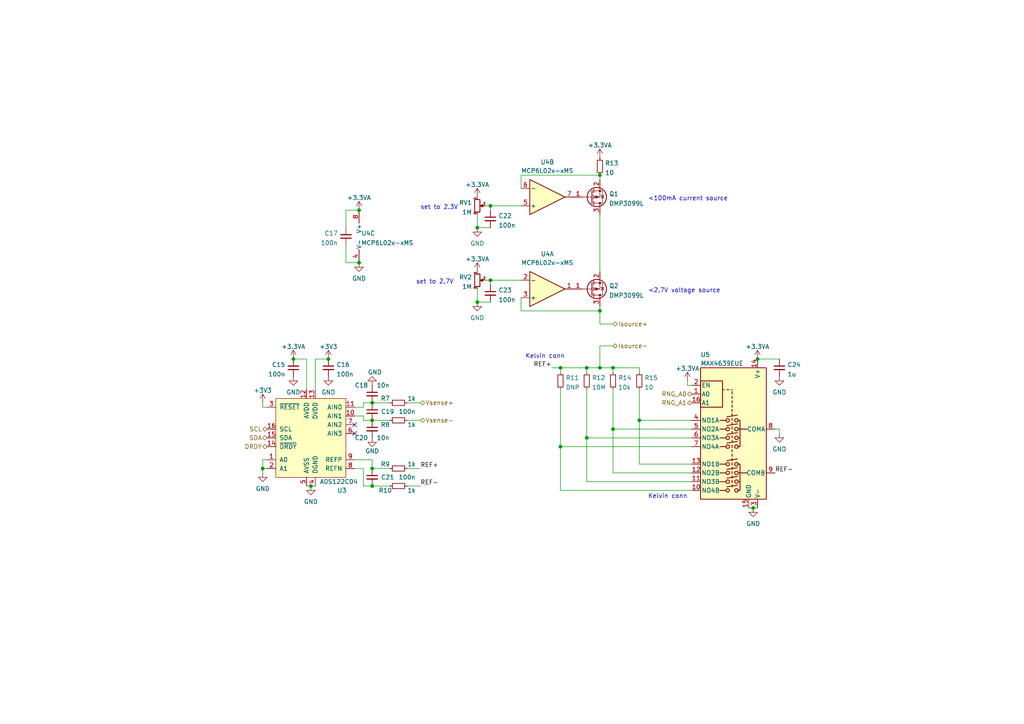
<source format=kicad_sch>
(kicad_sch (version 20231120) (generator "eeschema") (generator_version "8.0")
  (paper "A4")
  (lib_symbols
    (symbol "Amplifier_Operational:MCP6L02x-xMS" (pin_names (offset 0.127))
      (property "Reference" "U" (at 2.54 6.35 0))
      (property "Value" "MCP6L02x-xMS" (at 2.54 3.81 0))
      (symbol "MCP6L02x-xMS_1_1"
        (polyline (pts (xy 5.08 0) (xy -5.08 5.08) (xy -5.08 -5.08) (xy 5.08 0)) (stroke (width 0.254)) (fill (type background)))
        (pin output line (at 7.62 0 180) (length 2.54) (name "~") (number "1"))
        (pin input line (at -7.62 -2.54 0) (length 2.54) (name "-") (number "2"))
        (pin input line (at -7.62 2.54 0) (length 2.54) (name "+") (number "3"))
      )
      (symbol "MCP6L02x-xMS_2_1"
        (polyline (pts (xy 5.08 0) (xy -5.08 5.08) (xy -5.08 -5.08) (xy 5.08 0)) (stroke (width 0.254)) (fill (type background)))
        (pin input line (at -7.62 2.54 0) (length 2.54) (name "+") (number "5"))
        (pin input line (at -7.62 -2.54 0) (length 2.54) (name "-") (number "6"))
        (pin output line (at 7.62 0 180) (length 2.54) (name "~") (number "7"))
      )
      (symbol "MCP6L02x-xMS_3_1"
        (pin power_in line (at 0 -7.62 90) (length 3.81) (name "V-") (number "4"))
        (pin power_in line (at 0 7.62 270) (length 3.81) (name "V+") (number "8"))
      )
    )
    (symbol "Device:C_Small" (pin_numbers hide) (pin_names (offset 0.254) hide)
      (property "Reference" "C" (at 0.254 1.778 0))
      (property "Value" "C_Small" (at 0.254 -2.032 0))
      (symbol "C_Small_0_1"
        (polyline (pts (xy -1.524 -0.508) (xy 1.524 -0.508)) (stroke (width 0.3302)))
        (polyline (pts (xy -1.524 0.508) (xy 1.524 0.508)) (stroke (width 0.3048)))
      )
      (symbol "C_Small_1_1"
        (pin passive line (at 0 2.54 270) (length 2.032) (name "~") (number "1"))
        (pin passive line (at 0 -2.54 90) (length 2.032) (name "~") (number "2"))
      )
    )
    (symbol "Device:Q_PMOS_GSD" (pin_names (offset 0) hide)
      (property "Reference" "Q" (at 5.08 1.27 0))
      (property "Value" "Q_PMOS_GSD" (at 5.08 -1.27 0))
      (symbol "Q_PMOS_GSD_0_1"
        (polyline (pts (xy 0.254 0) (xy -2.54 0)))
        (polyline (pts (xy 0.254 1.905) (xy 0.254 -1.905)) (stroke (width 0.254)))
        (polyline (pts (xy 0.762 -1.27) (xy 0.762 -2.286)) (stroke (width 0.254)))
        (polyline (pts (xy 0.762 0.508) (xy 0.762 -0.508)) (stroke (width 0.254)))
        (polyline (pts (xy 0.762 2.286) (xy 0.762 1.27)) (stroke (width 0.254)))
        (polyline (pts (xy 2.54 2.54) (xy 2.54 1.778)))
        (polyline (pts (xy 2.54 -2.54) (xy 2.54 0) (xy 0.762 0)))
        (polyline (pts (xy 0.762 1.778) (xy 3.302 1.778) (xy 3.302 -1.778) (xy 0.762 -1.778)))
        (polyline (pts (xy 2.286 0) (xy 1.27 0.381) (xy 1.27 -0.381) (xy 2.286 0)) (fill (type outline)))
        (polyline (pts (xy 2.794 -0.508) (xy 2.921 -0.381) (xy 3.683 -0.381) (xy 3.81 -0.254)))
        (polyline (pts (xy 3.302 -0.381) (xy 2.921 0.254) (xy 3.683 0.254) (xy 3.302 -0.381)))
        (circle (center 1.651 0) (radius 2.794) (stroke (width 0.254)))
        (circle (center 2.54 -1.778) (radius 0.254) (fill (type outline)))
        (circle (center 2.54 1.778) (radius 0.254) (fill (type outline)))
      )
      (symbol "Q_PMOS_GSD_1_1"
        (pin input line (at -5.08 0 0) (length 2.54) (name "G") (number "1"))
        (pin passive line (at 2.54 -5.08 90) (length 2.54) (name "S") (number "2"))
        (pin passive line (at 2.54 5.08 270) (length 2.54) (name "D") (number "3"))
      )
    )
    (symbol "Device:R_Potentiometer_Small" (pin_names (offset 1.016) hide)
      (property "Reference" "RV" (at -4.445 0 90))
      (property "Value" "R_Potentiometer_Small" (at -2.54 0 90))
      (symbol "R_Potentiometer_Small_0_1"
        (polyline (pts (xy 0.889 0) (xy 0.635 0) (xy 1.651 0.381) (xy 1.651 -0.381) (xy 0.635 0) (xy 0.889 0)) (fill (type outline)))
        (rectangle (start 0.762 1.8034) (end -0.762 -1.8034) (stroke (width 0.254)))
      )
      (symbol "R_Potentiometer_Small_1_1"
        (pin passive line (at 0 2.54 270) (length 0.635) (name "1") (number "1"))
        (pin passive line (at 2.54 0 180) (length 0.9906) (name "2") (number "2"))
        (pin passive line (at 0 -2.54 90) (length 0.635) (name "3") (number "3"))
      )
    )
    (symbol "Device:R_Small" (pin_numbers hide) (pin_names (offset 0.254) hide)
      (property "Reference" "R" (at 0.762 0.508 0))
      (property "Value" "R_Small" (at 0.762 -1.016 0))
      (symbol "R_Small_0_1"
        (rectangle (start -0.762 1.778) (end 0.762 -1.778) (stroke (width 0.2032)))
      )
      (symbol "R_Small_1_1"
        (pin passive line (at 0 2.54 270) (length 0.762) (name "~") (number "1"))
        (pin passive line (at 0 -2.54 90) (length 0.762) (name "~") (number "2"))
      )
    )
    (symbol "extraparts:ADS122C04" (pin_names (offset 1.016))
      (property "Reference" "U" (at 0 19.05 0))
      (property "Value" "ADS122C04" (at 0 16.51 0))
      (symbol "ADS122C04_0_1"
        (rectangle (start -10.16 11.43) (end 10.16 -11.43) (fill (type background)))
      )
      (symbol "ADS122C04_1_1"
        (pin input line (at 12.7 -6.35 180) (length 2.54) (name "A0") (number "1"))
        (pin input line (at -12.7 6.35 0) (length 2.54) (name "AIN1") (number "10"))
        (pin input line (at -12.7 8.89 0) (length 2.54) (name "AIN0") (number "11"))
        (pin power_in line (at 1.27 13.97 270) (length 2.54) (name "AVDD") (number "12"))
        (pin power_in line (at -1.27 13.97 270) (length 2.54) (name "DVDD") (number "13"))
        (pin input line (at 12.7 -2.54 180) (length 2.54) (name "~{DRDY}") (number "14"))
        (pin bidirectional line (at 12.7 0 180) (length 2.54) (name "SDA") (number "15"))
        (pin input line (at 12.7 2.54 180) (length 2.54) (name "SCL") (number "16"))
        (pin input line (at 12.7 -8.89 180) (length 2.54) (name "A1") (number "2"))
        (pin input line (at 12.7 8.89 180) (length 2.54) (name "~{RESET}") (number "3"))
        (pin power_in line (at -1.27 -13.97 90) (length 2.54) (name "DGND") (number "4"))
        (pin power_in line (at 1.27 -13.97 90) (length 2.54) (name "AVSS") (number "5"))
        (pin input line (at -12.7 1.27 0) (length 2.54) (name "AIN3") (number "6"))
        (pin input line (at -12.7 3.81 0) (length 2.54) (name "AIN2") (number "7"))
        (pin input line (at -12.7 -8.89 0) (length 2.54) (name "REFN") (number "8"))
        (pin input line (at -12.7 -6.35 0) (length 2.54) (name "REFP") (number "9"))
      )
    )
    (symbol "extraparts:MAX4639EUE" (pin_names (offset 0.254))
      (property "Reference" "U" (at -8.89 21.59 0))
      (property "Value" "MAX4639EUE" (at -8.89 19.05 0))
      (symbol "MAX4639EUE_0_1"
        (rectangle (start -8.89 13.97) (end -2.54 6.35) (stroke (width 0.254)))
        (rectangle (start -8.89 17.78) (end 10.16 -20.32) (stroke (width 0.254)) (fill (type background)))
        (circle (center -1.016 -17.78) (radius 0.508) (stroke (width 0.254)))
        (circle (center -1.016 -15.24) (radius 0.508) (stroke (width 0.254)))
        (circle (center -1.016 -12.7) (radius 0.508) (stroke (width 0.254)))
        (circle (center -1.016 -10.16) (radius 0.508) (stroke (width 0.254)))
        (circle (center -1.016 -5.08) (radius 0.508) (stroke (width 0.254)))
        (circle (center -1.016 -2.54) (radius 0.508) (stroke (width 0.254)))
        (circle (center -1.016 0) (radius 0.508) (stroke (width 0.254)))
        (circle (center -1.016 2.54) (radius 0.508) (stroke (width 0.254)))
        (polyline (pts (xy -2.032 11.43) (xy -2.54 11.43)) (stroke (width 0.254)))
        (polyline (pts (xy -1.524 -17.78) (xy -3.302 -17.78)) (stroke (width 0.254)))
        (polyline (pts (xy -1.524 -15.24) (xy -3.302 -15.24)) (stroke (width 0.254)))
        (polyline (pts (xy -1.524 -12.7) (xy -3.302 -12.7)) (stroke (width 0.254)))
        (polyline (pts (xy -1.524 -10.16) (xy -3.302 -10.16)) (stroke (width 0.254)))
        (polyline (pts (xy -1.524 -5.08) (xy -3.302 -5.08)) (stroke (width 0.254)))
        (polyline (pts (xy -1.524 -2.54) (xy -3.302 -2.54)) (stroke (width 0.254)))
        (polyline (pts (xy -1.524 0) (xy -3.302 0)) (stroke (width 0.254)))
        (polyline (pts (xy -1.524 2.54) (xy -3.302 2.54)) (stroke (width 0.254)))
        (polyline (pts (xy -1.27 -16.764) (xy 1.778 -16.264)) (stroke (width 0.254)))
        (polyline (pts (xy -1.27 -14.224) (xy 1.778 -13.724)) (stroke (width 0.254)))
        (polyline (pts (xy -1.27 -11.684) (xy 1.778 -11.184)) (stroke (width 0.254)))
        (polyline (pts (xy -1.27 -9.144) (xy 1.778 -8.644)) (stroke (width 0.254)))
        (polyline (pts (xy -1.27 -4.064) (xy 1.778 -3.564)) (stroke (width 0.254)))
        (polyline (pts (xy -1.27 -1.524) (xy 1.778 -1.024)) (stroke (width 0.254)))
        (polyline (pts (xy -1.27 1.016) (xy 1.778 1.516)) (stroke (width 0.254)))
        (polyline (pts (xy -1.27 3.556) (xy 1.778 4.056)) (stroke (width 0.254)))
        (polyline (pts (xy -1.27 11.43) (xy -0.635 11.43)) (stroke (width 0.254)))
        (polyline (pts (xy 0.254 -16.764) (xy 0.254 -16.129)) (stroke (width 0.254)))
        (polyline (pts (xy 0.254 -15.494) (xy 0.254 -14.859)) (stroke (width 0.254)))
        (polyline (pts (xy 0.254 -14.224) (xy 0.254 -13.589)) (stroke (width 0.254)))
        (polyline (pts (xy 0.254 -12.954) (xy 0.254 -12.319)) (stroke (width 0.254)))
        (polyline (pts (xy 0.254 -11.684) (xy 0.254 -11.049)) (stroke (width 0.254)))
        (polyline (pts (xy 0.254 -10.414) (xy 0.254 -9.779)) (stroke (width 0.254)))
        (polyline (pts (xy 0.254 -9.144) (xy 0.254 -8.509)) (stroke (width 0.254)))
        (polyline (pts (xy 0.254 -7.874) (xy 0.254 -7.239)) (stroke (width 0.254)))
        (polyline (pts (xy 0.254 -6.604) (xy 0.254 -5.969)) (stroke (width 0.254)))
        (polyline (pts (xy 0.254 -5.334) (xy 0.254 -4.699)) (stroke (width 0.254)))
        (polyline (pts (xy 0.254 -3.81) (xy 0.254 -3.175)) (stroke (width 0.254)))
        (polyline (pts (xy 0.254 -2.54) (xy 0.254 -1.905)) (stroke (width 0.254)))
        (polyline (pts (xy 0.254 -1.27) (xy 0.254 -0.635)) (stroke (width 0.254)))
        (polyline (pts (xy 0.254 0) (xy 0.254 0.635)) (stroke (width 0.254)))
        (polyline (pts (xy 0.254 1.27) (xy 0.254 1.905)) (stroke (width 0.254)))
        (polyline (pts (xy 0.254 2.54) (xy 0.254 3.175)) (stroke (width 0.254)))
        (polyline (pts (xy 0.254 3.81) (xy 0.254 4.445)) (stroke (width 0.254)))
        (polyline (pts (xy 0.254 5.08) (xy 0.254 5.715)) (stroke (width 0.254)))
        (polyline (pts (xy 0.254 6.35) (xy 0.254 6.985)) (stroke (width 0.254)))
        (polyline (pts (xy 0.254 7.62) (xy 0.254 8.255)) (stroke (width 0.254)))
        (polyline (pts (xy 0.254 8.89) (xy 0.254 9.525)) (stroke (width 0.254)))
        (polyline (pts (xy 0.254 10.16) (xy 0.254 10.922)) (stroke (width 0.254)))
        (polyline (pts (xy 0.254 11.43) (xy 0 11.43)) (stroke (width 0.254)))
        (polyline (pts (xy 2.032 -15.24) (xy 2.54 -15.24)) (stroke (width 0.254)))
        (polyline (pts (xy 2.032 -12.7) (xy 2.54 -12.7)) (stroke (width 0.254)))
        (polyline (pts (xy 2.032 -2.54) (xy 2.54 -2.54)) (stroke (width 0.254)))
        (polyline (pts (xy 2.032 0) (xy 2.54 0)) (stroke (width 0.254)))
        (polyline (pts (xy 2.54 0) (xy 4.572 0)) (stroke (width 0.254)))
        (polyline (pts (xy 4.572 -12.7) (xy 2.54 -12.7)) (stroke (width 0.254)))
        (polyline (pts (xy 1.905 -10.16) (xy 2.54 -10.16) (xy 2.54 -17.78) (xy 1.905 -17.78)) (stroke (width 0.254)))
        (polyline (pts (xy 1.905 -5.08) (xy 2.54 -5.08) (xy 2.54 2.54) (xy 1.905 2.54)) (stroke (width 0.254)))
        (circle (center 1.524 -17.78) (radius 0.508) (stroke (width 0.254)))
        (circle (center 1.524 -15.24) (radius 0.508) (stroke (width 0.254)))
        (circle (center 1.524 -12.7) (radius 0.508) (stroke (width 0.254)))
        (circle (center 1.524 -10.16) (radius 0.508) (stroke (width 0.254)))
        (circle (center 1.524 -5.08) (radius 0.508) (stroke (width 0.254)))
        (circle (center 1.524 -2.54) (radius 0.508) (stroke (width 0.254)))
        (circle (center 1.524 0) (radius 0.508) (stroke (width 0.254)))
        (circle (center 1.524 2.54) (radius 0.508) (stroke (width 0.254)))
      )
      (symbol "MAX4639EUE_1_1"
        (pin input line (at -11.43 10.16 0) (length 2.54) (name "A0") (number "1"))
        (pin bidirectional line (at -11.43 -17.78 0) (length 2.54) (name "NO4B") (number "10"))
        (pin bidirectional line (at -11.43 -15.24 0) (length 2.54) (name "NO3B") (number "11"))
        (pin bidirectional line (at -11.43 -12.7 0) (length 2.54) (name "NO2B") (number "12"))
        (pin bidirectional line (at -11.43 -10.16 0) (length 2.54) (name "NO1B") (number "13"))
        (pin power_in line (at 7.62 20.32 270) (length 2.54) (name "V+") (number "14"))
        (pin power_in line (at 5.08 -22.86 90) (length 2.54) (name "GND") (number "15"))
        (pin input line (at -11.43 7.62 0) (length 2.54) (name "A1") (number "16"))
        (pin input line (at -11.43 12.7 0) (length 2.54) (name "EN") (number "2"))
        (pin power_in line (at 7.62 -22.86 90) (length 2.54) (name "V-") (number "3"))
        (pin bidirectional line (at -11.43 2.54 0) (length 2.54) (name "NO1A") (number "4"))
        (pin bidirectional line (at -11.43 0 0) (length 2.54) (name "NO2A") (number "5"))
        (pin bidirectional line (at -11.43 -2.54 0) (length 2.54) (name "NO3A") (number "6"))
        (pin bidirectional line (at -11.43 -5.08 0) (length 2.54) (name "NO4A") (number "7"))
        (pin bidirectional line (at 12.7 0 180) (length 2.54) (name "COMA") (number "8"))
        (pin bidirectional line (at 12.7 -12.7 180) (length 2.54) (name "COMB") (number "9"))
      )
    )
    (symbol "power:+3.3VA" (power) (pin_names (offset 0))
      (property "Value" "+3.3VA" (at 0 3.556 0))
      (symbol "+3.3VA_0_1"
        (polyline (pts (xy -0.762 1.27) (xy 0 2.54)))
        (polyline (pts (xy 0 0) (xy 0 2.54)))
        (polyline (pts (xy 0 2.54) (xy 0.762 1.27)))
      )
      (symbol "+3.3VA_1_1"
        (pin power_in line (at 0 0 90) (length 0) hide (name "+3.3VA") (number "1"))
      )
    )
    (symbol "power:+3V3" (power) (pin_names (offset 0))
      (property "Value" "+3V3" (at 0 3.556 0))
      (symbol "+3V3_0_1"
        (polyline (pts (xy -0.762 1.27) (xy 0 2.54)))
        (polyline (pts (xy 0 0) (xy 0 2.54)))
        (polyline (pts (xy 0 2.54) (xy 0.762 1.27)))
      )
      (symbol "+3V3_1_1"
        (pin power_in line (at 0 0 90) (length 0) hide (name "+3V3") (number "1"))
      )
    )
    (symbol "power:GND" (power) (pin_names (offset 0))
      (property "Value" "GND" (at 0 -3.81 0))
      (symbol "GND_0_1"
        (polyline (pts (xy 0 0) (xy 0 -1.27) (xy 1.27 -1.27) (xy 0 -2.54) (xy -1.27 -1.27) (xy 0 -1.27)))
      )
      (symbol "GND_1_1"
        (pin power_in line (at 0 0 270) (length 0) hide (name "GND") (number "1"))
      )
    )
  )
  (junction (at 173.99 106.68))
  (junction (at 85.09 104.14))
  (junction (at 162.56 129.54))
  (junction (at 95.25 104.14))
  (junction (at 177.8 106.68))
  (junction (at 138.43 87.63))
  (junction (at 107.95 140.97))
  (junction (at 76.2 135.89))
  (junction (at 218.44 147.32))
  (junction (at 173.99 90.17))
  (junction (at 142.24 59.69))
  (junction (at 162.56 106.68))
  (junction (at 138.43 66.04))
  (junction (at 104.14 60.96))
  (junction (at 185.42 121.92))
  (junction (at 90.17 140.97))
  (junction (at 104.14 76.2))
  (junction (at 107.95 116.84))
  (junction (at 142.24 81.28))
  (junction (at 219.71 104.14))
  (junction (at 170.18 106.68))
  (junction (at 107.95 135.89))
  (junction (at 107.95 121.92))
  (junction (at 173.99 50.8))
  (junction (at 177.8 124.46))
  (junction (at 170.18 127))
  (no_connect (at 102.87 125.73))
  (no_connect (at 102.87 123.19))
  (wire (pts (xy 173.99 50.8) (xy 151.13 50.8)))
  (wire (pts (xy 219.71 104.14) (xy 226.06 104.14)))
  (wire (pts (xy 162.56 107.95) (xy 162.56 106.68)))
  (wire (pts (xy 200.66 129.54) (xy 162.56 129.54)))
  (wire (pts (xy 140.97 81.28) (xy 142.24 81.28)))
  (wire (pts (xy 170.18 127) (xy 170.18 113.03)))
  (wire (pts (xy 142.24 59.69) (xy 142.24 60.96)))
  (wire (pts (xy 105.41 116.84) (xy 107.95 116.84)))
  (wire (pts (xy 177.8 106.68) (xy 185.42 106.68)))
  (wire (pts (xy 140.97 59.69) (xy 142.24 59.69)))
  (wire (pts (xy 138.43 62.23) (xy 138.43 66.04)))
  (wire (pts (xy 107.95 133.35) (xy 107.95 135.89)))
  (wire (pts (xy 91.44 104.14) (xy 95.25 104.14)))
  (wire (pts (xy 224.79 124.46) (xy 226.06 124.46)))
  (wire (pts (xy 162.56 142.24) (xy 200.66 142.24)))
  (wire (pts (xy 138.43 87.63) (xy 142.24 87.63)))
  (wire (pts (xy 142.24 81.28) (xy 151.13 81.28)))
  (wire (pts (xy 105.41 121.92) (xy 107.95 121.92)))
  (wire (pts (xy 107.95 140.97) (xy 113.03 140.97)))
  (wire (pts (xy 100.33 66.04) (xy 100.33 60.96)))
  (wire (pts (xy 118.11 116.84) (xy 121.92 116.84)))
  (wire (pts (xy 177.8 137.16) (xy 200.66 137.16)))
  (wire (pts (xy 102.87 133.35) (xy 107.95 133.35)))
  (wire (pts (xy 173.99 50.8) (xy 173.99 52.07)))
  (wire (pts (xy 102.87 118.11) (xy 105.41 118.11)))
  (wire (pts (xy 177.8 100.33) (xy 173.99 100.33)))
  (wire (pts (xy 76.2 135.89) (xy 76.2 133.35)))
  (wire (pts (xy 100.33 71.12) (xy 100.33 76.2)))
  (wire (pts (xy 185.42 121.92) (xy 200.66 121.92)))
  (wire (pts (xy 226.06 124.46) (xy 226.06 125.73)))
  (wire (pts (xy 142.24 81.28) (xy 142.24 82.55)))
  (wire (pts (xy 177.8 106.68) (xy 177.8 107.95)))
  (wire (pts (xy 151.13 50.8) (xy 151.13 54.61)))
  (wire (pts (xy 173.99 100.33) (xy 173.99 106.68)))
  (wire (pts (xy 160.02 106.68) (xy 162.56 106.68)))
  (wire (pts (xy 105.41 135.89) (xy 105.41 140.97)))
  (wire (pts (xy 105.41 120.65) (xy 105.41 121.92)))
  (wire (pts (xy 185.42 121.92) (xy 185.42 134.62)))
  (wire (pts (xy 76.2 118.11) (xy 77.47 118.11)))
  (wire (pts (xy 142.24 59.69) (xy 151.13 59.69)))
  (wire (pts (xy 100.33 76.2) (xy 104.14 76.2)))
  (wire (pts (xy 199.39 111.76) (xy 200.66 111.76)))
  (wire (pts (xy 185.42 113.03) (xy 185.42 121.92)))
  (wire (pts (xy 217.17 147.32) (xy 218.44 147.32)))
  (wire (pts (xy 105.41 118.11) (xy 105.41 116.84)))
  (wire (pts (xy 118.11 140.97) (xy 121.92 140.97)))
  (wire (pts (xy 173.99 88.9) (xy 173.99 90.17)))
  (wire (pts (xy 90.17 140.97) (xy 91.44 140.97)))
  (wire (pts (xy 173.99 106.68) (xy 177.8 106.68)))
  (wire (pts (xy 76.2 133.35) (xy 77.47 133.35)))
  (wire (pts (xy 91.44 113.03) (xy 91.44 104.14)))
  (wire (pts (xy 185.42 134.62) (xy 200.66 134.62)))
  (wire (pts (xy 118.11 121.92) (xy 121.92 121.92)))
  (wire (pts (xy 177.8 113.03) (xy 177.8 124.46)))
  (wire (pts (xy 151.13 86.36) (xy 151.13 90.17)))
  (wire (pts (xy 88.9 140.97) (xy 90.17 140.97)))
  (wire (pts (xy 177.8 124.46) (xy 177.8 137.16)))
  (wire (pts (xy 199.39 110.49) (xy 199.39 111.76)))
  (wire (pts (xy 170.18 106.68) (xy 170.18 107.95)))
  (wire (pts (xy 107.95 135.89) (xy 113.03 135.89)))
  (wire (pts (xy 218.44 147.32) (xy 219.71 147.32)))
  (wire (pts (xy 118.11 135.89) (xy 121.92 135.89)))
  (wire (pts (xy 105.41 140.97) (xy 107.95 140.97)))
  (wire (pts (xy 138.43 83.82) (xy 138.43 87.63)))
  (wire (pts (xy 102.87 120.65) (xy 105.41 120.65)))
  (wire (pts (xy 170.18 106.68) (xy 173.99 106.68)))
  (wire (pts (xy 173.99 93.98) (xy 177.8 93.98)))
  (wire (pts (xy 76.2 116.84) (xy 76.2 118.11)))
  (wire (pts (xy 107.95 121.92) (xy 113.03 121.92)))
  (wire (pts (xy 162.56 129.54) (xy 162.56 113.03)))
  (wire (pts (xy 138.43 66.04) (xy 142.24 66.04)))
  (wire (pts (xy 170.18 127) (xy 170.18 139.7)))
  (wire (pts (xy 173.99 90.17) (xy 173.99 93.98)))
  (wire (pts (xy 107.95 116.84) (xy 113.03 116.84)))
  (wire (pts (xy 170.18 139.7) (xy 200.66 139.7)))
  (wire (pts (xy 102.87 135.89) (xy 105.41 135.89)))
  (wire (pts (xy 200.66 127) (xy 170.18 127)))
  (wire (pts (xy 88.9 113.03) (xy 88.9 104.14)))
  (wire (pts (xy 76.2 137.16) (xy 76.2 135.89)))
  (wire (pts (xy 76.2 135.89) (xy 77.47 135.89)))
  (wire (pts (xy 162.56 129.54) (xy 162.56 142.24)))
  (wire (pts (xy 185.42 106.68) (xy 185.42 107.95)))
  (wire (pts (xy 88.9 104.14) (xy 85.09 104.14)))
  (wire (pts (xy 173.99 62.23) (xy 173.99 78.74)))
  (wire (pts (xy 100.33 60.96) (xy 104.14 60.96)))
  (wire (pts (xy 151.13 90.17) (xy 173.99 90.17)))
  (wire (pts (xy 200.66 124.46) (xy 177.8 124.46)))
  (wire (pts (xy 162.56 106.68) (xy 170.18 106.68)))
  (text "Kelvin conn" (at 152.4 104.14 0) (effects (font (size 1.27 1.27)) (justify left bottom)))
  (text "set to 2.7V" (at 120.65 82.55 0) (effects (font (size 1.27 1.27)) (justify left bottom)))
  (text "<100mA current source" (at 187.96 58.42 0) (effects (font (size 1.27 1.27)) (justify left bottom)))
  (text "Kelvin conn" (at 187.96 144.78 0) (effects (font (size 1.27 1.27)) (justify left bottom)))
  (text "set to 2.3V" (at 121.92 60.96 0) (effects (font (size 1.27 1.27)) (justify left bottom)))
  (text "<2.7V voltage source" (at 187.96 85.09 0) (effects (font (size 1.27 1.27)) (justify left bottom)))
  (label "REF-" (at 224.79 137.16 0))
  (label "REF+" (at 121.92 135.89 0))
  (label "REF+" (at 160.02 106.68 180))
  (label "REF-" (at 121.92 140.97 0))
  (hierarchical_label "Isource-" (shape bidirectional) (at 177.8 100.33 0))
  (hierarchical_label "Vsense-" (shape bidirectional) (at 121.92 121.92 0))
  (hierarchical_label "SDA" (shape bidirectional) (at 77.47 127 180))
  (hierarchical_label "Vsense+" (shape bidirectional) (at 121.92 116.84 0))
  (hierarchical_label "SCL" (shape bidirectional) (at 77.47 124.46 180))
  (hierarchical_label "Isource+" (shape bidirectional) (at 177.8 93.98 0))
  (hierarchical_label "RNG_A1" (shape bidirectional) (at 200.66 116.84 180))
  (hierarchical_label "RNG_A0" (shape bidirectional) (at 200.66 114.3 180))
  (hierarchical_label "DRDY" (shape bidirectional) (at 77.47 129.54 180))
  (symbol (lib_id "power:GND") (at 107.95 127 0) (unit 1)
    (property "Reference" "#PWR032" (effects (hide yes)))
    (property "Value" "GND" (at 107.95 130.81 0))
  )
  (symbol (lib_id "Amplifier_Operational:MCP6L02x-xMS") (at 104.14 68.58 0) (unit 3)
    (property "Reference" "U4" (at 104.775 67.6715 0) (effects (justify left)))
    (property "Value" "MCP6L02x-xMS" (at 104.775 70.4466 0) (effects (justify left)))
    (property "Footprint" "Package_SO:MSOP-8_3x3mm_P0.65mm" (effects (hide yes)))
    (property "Datasheet" "http://ww1.microchip.com/downloads/en/devicedoc/22140b.pdf" (effects (hide yes)))
  )
  (symbol (lib_id "Device:C_Small") (at 142.24 63.5 0) (unit 1)
    (property "Reference" "C22" (at 144.5641 62.5978 0) (effects (justify left)))
    (property "Value" "100n" (at 144.5641 65.3729 0) (effects (justify left)))
    (property "Footprint" "Capacitor_SMD:C_0603_1608Metric" (effects (hide yes)))
  )
  (symbol (lib_id "Device:C_Small") (at 142.24 85.09 0) (unit 1)
    (property "Reference" "C23" (at 144.5641 84.1878 0) (effects (justify left)))
    (property "Value" "100n" (at 144.5641 86.9629 0) (effects (justify left)))
    (property "Footprint" "Capacitor_SMD:C_0603_1608Metric" (effects (hide yes)))
  )
  (symbol (lib_id "power:GND") (at 226.06 125.73 0) (unit 1)
    (property "Reference" "#PWR042" (effects (hide yes)))
    (property "Value" "GND" (at 226.06 130.2925 0))
  )
  (symbol (lib_id "Device:R_Small") (at 115.57 121.92 90) (unit 1)
    (property "Reference" "R8" (at 111.76 123.19 90))
    (property "Value" "1k" (at 119.38 123.19 90))
    (property "Footprint" "Resistor_SMD:R_0603_1608Metric" (effects (hide yes)))
  )
  (symbol (lib_id "power:+3.3VA") (at 85.09 104.14 0) (unit 1)
    (property "Reference" "#PWR024" (effects (hide yes)))
    (property "Value" "+3.3VA" (at 85.09 100.5355 0))
  )
  (symbol (lib_id "power:GND") (at 138.43 66.04 0) (unit 1)
    (property "Reference" "#PWR034" (effects (hide yes)))
    (property "Value" "GND" (at 138.43 70.6025 0))
  )
  (symbol (lib_id "power:GND") (at 90.17 140.97 0) (unit 1)
    (property "Reference" "#PWR026" (effects (hide yes)))
    (property "Value" "GND" (at 90.17 145.5325 0))
  )
  (symbol (lib_id "Device:C_Small") (at 226.06 106.68 0) (unit 1)
    (property "Reference" "C24" (at 228.3841 105.7778 0) (effects (justify left)))
    (property "Value" "1u" (at 228.3841 108.5529 0) (effects (justify left)))
    (property "Footprint" "Capacitor_SMD:C_0603_1608Metric" (effects (hide yes)))
  )
  (symbol (lib_id "Device:R_Small") (at 162.56 110.49 0) (unit 1)
    (property "Reference" "R11" (at 164.0586 109.5815 0) (effects (justify left)))
    (property "Value" "DNP" (at 164.0586 112.3566 0) (effects (justify left)))
    (property "Footprint" "Resistor_SMD:R_0603_1608Metric" (effects (hide yes)))
  )
  (symbol (lib_id "Device:C_Small") (at 107.95 114.3 0) (unit 1)
    (property "Reference" "C18" (at 102.87 111.76 0) (effects (justify left)))
    (property "Value" "10n" (at 109.22 111.76 0) (effects (justify left)))
    (property "Footprint" "Capacitor_SMD:C_0603_1608Metric" (effects (hide yes)))
  )
  (symbol (lib_id "Device:R_Small") (at 115.57 135.89 90) (unit 1)
    (property "Reference" "R9" (at 111.76 134.62 90))
    (property "Value" "1k" (at 119.38 134.62 90))
    (property "Footprint" "Resistor_SMD:R_0603_1608Metric" (effects (hide yes)))
  )
  (symbol (lib_id "Device:Q_PMOS_GSD") (at 171.45 57.15 0) (mirror x) (unit 1)
    (property "Reference" "Q1" (at 176.657 56.2415 0) (effects (justify left)))
    (property "Value" "DMP3099L" (at 176.657 59.0166 0) (effects (justify left)))
    (property "Footprint" "Package_TO_SOT_SMD:SOT-23" (effects (hide yes)))
  )
  (symbol (lib_id "power:GND") (at 76.2 137.16 0) (unit 1)
    (property "Reference" "#PWR023" (effects (hide yes)))
    (property "Value" "GND" (at 76.2 141.7225 0))
  )
  (symbol (lib_id "power:+3.3VA") (at 104.14 60.96 0) (unit 1)
    (property "Reference" "#PWR029" (effects (hide yes)))
    (property "Value" "+3.3VA" (at 104.14 57.3555 0))
  )
  (symbol (lib_id "Amplifier_Operational:MCP6L02x-xMS") (at 158.75 57.15 0) (mirror x) (unit 2)
    (property "Reference" "U4" (at 158.75 46.99 0))
    (property "Value" "MCP6L02x-xMS" (at 158.75 49.53 0))
    (property "Footprint" "Package_SO:MSOP-8_3x3mm_P0.65mm" (effects (hide yes)))
    (property "Datasheet" "http://ww1.microchip.com/downloads/en/devicedoc/22140b.pdf" (effects (hide yes)))
  )
  (symbol (lib_id "power:+3.3VA") (at 199.39 110.49 0) (unit 1)
    (property "Reference" "#PWR038" (effects (hide yes)))
    (property "Value" "+3.3VA" (at 199.39 106.8855 0))
  )
  (symbol (lib_id "power:GND") (at 138.43 87.63 0) (unit 1)
    (property "Reference" "#PWR036" (effects (hide yes)))
    (property "Value" "GND" (at 138.43 92.1925 0))
  )
  (symbol (lib_id "extraparts:MAX4639EUE") (at 212.09 124.46 0) (unit 1)
    (property "Reference" "U5" (at 203.2 102.87 0) (effects (justify left)))
    (property "Value" "MAX4639EUE" (at 203.2 105.41 0) (effects (justify left)))
    (property "Footprint" "Package_SO:TSSOP-16_4.4x5mm_P0.65mm" (effects (hide yes)))
  )
  (symbol (lib_id "power:GND") (at 104.14 76.2 0) (unit 1)
    (property "Reference" "#PWR030" (effects (hide yes)))
    (property "Value" "GND" (at 104.14 80.7625 0))
  )
  (symbol (lib_id "Device:R_Small") (at 115.57 116.84 90) (unit 1)
    (property "Reference" "R7" (at 111.76 115.57 90))
    (property "Value" "1k" (at 119.38 115.57 90))
    (property "Footprint" "Resistor_SMD:R_0603_1608Metric" (effects (hide yes)))
  )
  (symbol (lib_id "power:+3.3VA") (at 219.71 104.14 0) (unit 1)
    (property "Reference" "#PWR040" (effects (hide yes)))
    (property "Value" "+3.3VA" (at 219.71 100.5355 0))
  )
  (symbol (lib_id "Device:C_Small") (at 85.09 106.68 0) (mirror x) (unit 1)
    (property "Reference" "C15" (at 82.7659 105.7651 0) (effects (justify right)))
    (property "Value" "100n" (at 82.7659 108.5402 0) (effects (justify right)))
    (property "Footprint" "Capacitor_SMD:C_0603_1608Metric" (effects (hide yes)))
  )
  (symbol (lib_id "Device:R_Potentiometer_Small") (at 138.43 81.28 0) (unit 1)
    (property "Reference" "RV2" (at 136.9061 80.3715 0) (effects (justify right)))
    (property "Value" "1M" (at 136.9061 83.1466 0) (effects (justify right)))
    (property "Footprint" "Potentiometer_SMD:Potentiometer_Bourns_TC33X_Vertical" (effects (hide yes)))
  )
  (symbol (lib_id "power:GND") (at 107.95 111.76 180) (unit 1)
    (property "Reference" "#PWR031" (effects (hide yes)))
    (property "Value" "GND" (at 106.68 107.95 0) (effects (justify right)))
  )
  (symbol (lib_id "Device:R_Small") (at 177.8 110.49 0) (unit 1)
    (property "Reference" "R14" (at 179.2986 109.5815 0) (effects (justify left)))
    (property "Value" "10k" (at 179.2986 112.3566 0) (effects (justify left)))
    (property "Footprint" "Resistor_SMD:R_0603_1608Metric" (effects (hide yes)))
  )
  (symbol (lib_id "power:+3V3") (at 76.2 116.84 0) (unit 1)
    (property "Reference" "#PWR022" (effects (hide yes)))
    (property "Value" "+3V3" (at 76.2 113.2355 0))
  )
  (symbol (lib_id "power:GND") (at 226.06 109.22 0) (unit 1)
    (property "Reference" "#PWR041" (effects (hide yes)))
    (property "Value" "GND" (at 226.06 113.7825 0))
  )
  (symbol (lib_id "power:GND") (at 95.25 109.22 0) (unit 1)
    (property "Reference" "#PWR028" (effects (hide yes)))
    (property "Value" "GND" (at 95.25 113.7825 0))
  )
  (symbol (lib_id "Device:R_Potentiometer_Small") (at 138.43 59.69 0) (unit 1)
    (property "Reference" "RV1" (at 136.9061 58.7815 0) (effects (justify right)))
    (property "Value" "1M" (at 136.9061 61.5566 0) (effects (justify right)))
    (property "Footprint" "Potentiometer_SMD:Potentiometer_Bourns_TC33X_Vertical" (effects (hide yes)))
  )
  (symbol (lib_id "Device:C_Small") (at 107.95 119.38 0) (unit 1)
    (property "Reference" "C19" (at 110.49 119.38 0) (effects (justify left)))
    (property "Value" "100n" (at 115.57 119.38 0) (effects (justify left)))
    (property "Footprint" "Capacitor_SMD:C_0603_1608Metric" (effects (hide yes)))
  )
  (symbol (lib_id "Device:C_Small") (at 107.95 124.46 0) (unit 1)
    (property "Reference" "C20" (at 102.87 127 0) (effects (justify left)))
    (property "Value" "10n" (at 109.22 127 0) (effects (justify left)))
    (property "Footprint" "Capacitor_SMD:C_0603_1608Metric" (effects (hide yes)))
  )
  (symbol (lib_id "power:+3.3VA") (at 173.99 45.72 0) (unit 1)
    (property "Reference" "#PWR037" (effects (hide yes)))
    (property "Value" "+3.3VA" (at 173.99 42.1155 0))
  )
  (symbol (lib_id "power:+3V3") (at 95.25 104.14 0) (unit 1)
    (property "Reference" "#PWR027" (effects (hide yes)))
    (property "Value" "+3V3" (at 95.25 100.5355 0))
  )
  (symbol (lib_id "Device:Q_PMOS_GSD") (at 171.45 83.82 0) (mirror x) (unit 1)
    (property "Reference" "Q2" (at 176.657 82.9115 0) (effects (justify left)))
    (property "Value" "DMP3099L" (at 176.657 85.6866 0) (effects (justify left)))
    (property "Footprint" "Package_TO_SOT_SMD:SOT-23" (effects (hide yes)))
  )
  (symbol (lib_id "Device:R_Small") (at 173.99 48.26 0) (unit 1)
    (property "Reference" "R13" (at 175.4886 47.3515 0) (effects (justify left)))
    (property "Value" "10" (at 175.4886 50.1266 0) (effects (justify left)))
    (property "Footprint" "Resistor_SMD:R_0603_1608Metric" (effects (hide yes)))
  )
  (symbol (lib_id "extraparts:ADS122C04") (at 90.17 127 0) (mirror y) (unit 1)
    (property "Reference" "U3" (at 97.79 142.24 0) (effects (justify right)))
    (property "Value" "ADS122C04" (at 92.71 139.7 0) (effects (justify right)))
    (property "Footprint" "Package_SO:TSSOP-16_4.4x5mm_P0.65mm" (effects (hide yes)))
  )
  (symbol (lib_id "Device:C_Small") (at 95.25 106.68 0) (unit 1)
    (property "Reference" "C16" (at 97.5741 105.7778 0) (effects (justify left)))
    (property "Value" "100n" (at 97.5741 108.5529 0) (effects (justify left)))
    (property "Footprint" "Capacitor_SMD:C_0603_1608Metric" (effects (hide yes)))
  )
  (symbol (lib_id "Device:R_Small") (at 170.18 110.49 0) (unit 1)
    (property "Reference" "R12" (at 171.6786 109.5815 0) (effects (justify left)))
    (property "Value" "10M" (at 171.6786 112.3566 0) (effects (justify left)))
    (property "Footprint" "Resistor_SMD:R_0603_1608Metric" (effects (hide yes)))
  )
  (symbol (lib_id "power:+3.3VA") (at 138.43 78.74 0) (unit 1)
    (property "Reference" "#PWR035" (effects (hide yes)))
    (property "Value" "+3.3VA" (at 138.43 75.1355 0))
  )
  (symbol (lib_id "Device:R_Small") (at 115.57 140.97 90) (unit 1)
    (property "Reference" "R10" (at 111.76 142.24 90))
    (property "Value" "1k" (at 119.38 142.24 90))
    (property "Footprint" "Resistor_SMD:R_0603_1608Metric" (effects (hide yes)))
  )
  (symbol (lib_id "power:GND") (at 218.44 147.32 0) (unit 1)
    (property "Reference" "#PWR039" (effects (hide yes)))
    (property "Value" "GND" (at 218.44 151.8825 0))
  )
  (symbol (lib_id "power:GND") (at 85.09 109.22 0) (unit 1)
    (property "Reference" "#PWR025" (effects (hide yes)))
    (property "Value" "GND" (at 85.09 113.7825 0))
  )
  (symbol (lib_id "Amplifier_Operational:MCP6L02x-xMS") (at 158.75 83.82 0) (mirror x) (unit 1)
    (property "Reference" "U4" (at 158.75 73.66 0))
    (property "Value" "MCP6L02x-xMS" (at 158.75 76.2 0))
    (property "Footprint" "Package_SO:MSOP-8_3x3mm_P0.65mm" (effects (hide yes)))
    (property "Datasheet" "http://ww1.microchip.com/downloads/en/devicedoc/22140b.pdf" (effects (hide yes)))
  )
  (symbol (lib_id "power:+3.3VA") (at 138.43 57.15 0) (unit 1)
    (property "Reference" "#PWR033" (effects (hide yes)))
    (property "Value" "+3.3VA" (at 138.43 53.5455 0))
  )
  (symbol (lib_id "Device:R_Small") (at 185.42 110.49 0) (unit 1)
    (property "Reference" "R15" (at 186.9186 109.5815 0) (effects (justify left)))
    (property "Value" "10" (at 186.9186 112.3566 0) (effects (justify left)))
    (property "Footprint" "Resistor_SMD:R_0603_1608Metric" (effects (hide yes)))
  )
  (symbol (lib_id "Device:C_Small") (at 107.95 138.43 0) (unit 1)
    (property "Reference" "C21" (at 110.49 138.43 0) (effects (justify left)))
    (property "Value" "100n" (at 115.57 138.43 0) (effects (justify left)))
    (property "Footprint" "Capacitor_SMD:C_0603_1608Metric" (effects (hide yes)))
  )
  (symbol (lib_id "Device:C_Small") (at 100.33 68.58 0) (mirror x) (unit 1)
    (property "Reference" "C17" (at 98.0059 67.6651 0) (effects (justify right)))
    (property "Value" "100n" (at 98.0059 70.4402 0) (effects (justify right)))
    (property "Footprint" "Capacitor_SMD:C_0603_1608Metric" (effects (hide yes)))
  )
)
</source>
